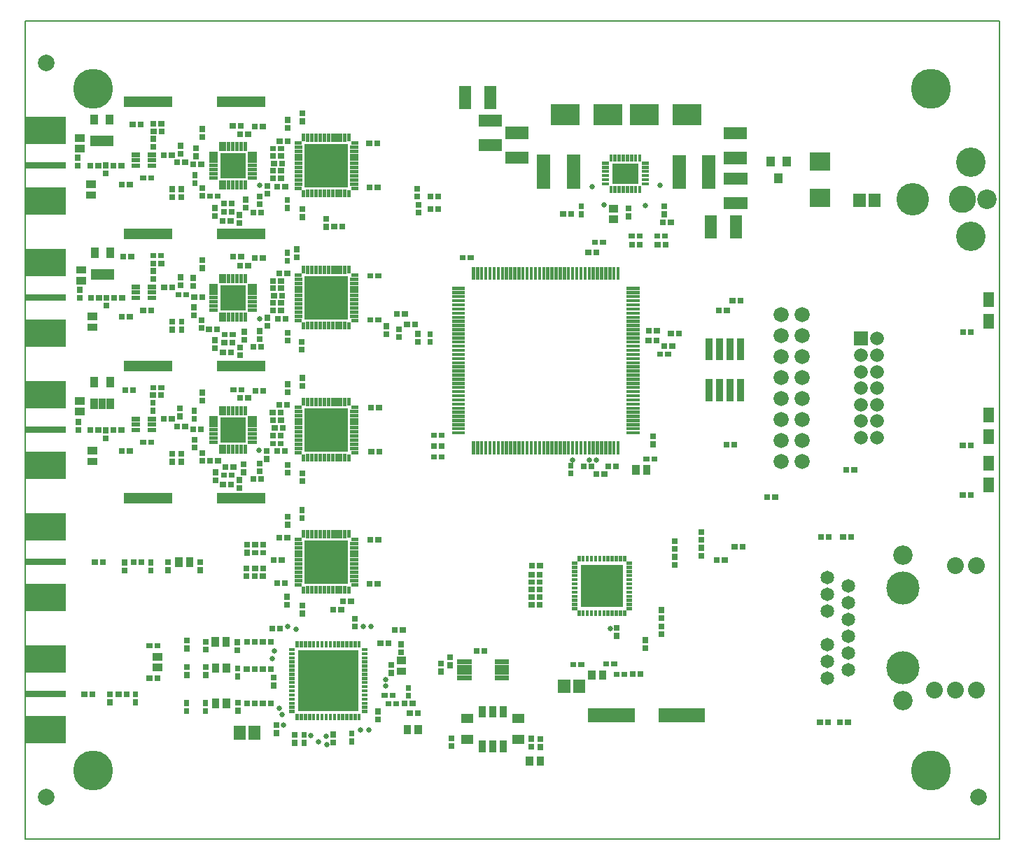
<source format=gbr>
G04 start of page 8 for group -4063 idx -4063 *
G04 Title: GNSS Firehose, componentmask *
G04 Creator: pcb 20140316 *
G04 CreationDate: Thu 16 Apr 2015 06:26:10 PM GMT UTC *
G04 For: pmonta *
G04 Format: Gerber/RS-274X *
G04 PCB-Dimensions (mil): 4640.00 3900.00 *
G04 PCB-Coordinate-Origin: lower left *
%MOIN*%
%FSLAX25Y25*%
%LNTOPMASK*%
%ADD185R,0.0973X0.0973*%
%ADD184R,0.1015X0.1015*%
%ADD183R,0.0330X0.0330*%
%ADD182R,0.0494X0.0494*%
%ADD181R,0.0877X0.0877*%
%ADD180R,0.0400X0.0400*%
%ADD179R,0.0641X0.0641*%
%ADD178R,0.0350X0.0350*%
%ADD177R,0.0420X0.0420*%
%ADD176R,0.0230X0.0230*%
%ADD175R,0.0360X0.0360*%
%ADD174R,0.0168X0.0168*%
%ADD173R,0.0572X0.0572*%
%ADD172C,0.0250*%
%ADD171R,0.0148X0.0148*%
%ADD170R,0.0502X0.0502*%
%ADD169R,0.0210X0.0210*%
%ADD168R,0.0355X0.0355*%
%ADD167R,0.0260X0.0260*%
%ADD166C,0.0787*%
%ADD165R,0.1300X0.1300*%
%ADD164R,0.0300X0.0300*%
%ADD163C,0.1580*%
%ADD162C,0.0650*%
%ADD161C,0.0920*%
%ADD160C,0.0800*%
%ADD159C,0.1900*%
%ADD158C,0.1550*%
%ADD157C,0.1300*%
%ADD156C,0.0930*%
%ADD155C,0.1400*%
%ADD154C,0.0654*%
%ADD153C,0.0001*%
%ADD152C,0.0720*%
%ADD151C,0.0060*%
G54D151*X0Y390000D02*Y0D01*
Y390000D02*X464000D01*
X0Y0D02*X464000D01*
Y390000D02*Y0D01*
G54D152*X370000Y200000D03*
X360000D03*
X370000Y210000D03*
Y220000D03*
Y230000D03*
X360000Y210000D03*
Y220000D03*
Y230000D03*
Y240000D03*
Y250000D03*
X370000Y240000D03*
Y250000D03*
G54D153*G36*
X394729Y241768D02*Y235225D01*
X401272D01*
Y241768D01*
X394729D01*
G37*
G54D154*X405874Y238496D03*
X398000Y230622D03*
X405874D03*
X398000Y222748D03*
X405874D03*
X398000Y214874D03*
X405874D03*
X398000Y207000D03*
Y199126D03*
X405874Y207000D03*
Y199126D03*
G54D155*X450315Y322717D03*
Y287283D03*
G54D156*X458189Y305000D03*
G54D157*X446378D03*
G54D158*X422756D03*
G54D159*X431500Y357500D03*
G54D154*X398000Y191252D03*
X405874D03*
G54D152*X370000Y180000D03*
X360000D03*
X370000Y190000D03*
X360000D03*
G54D159*X431500Y32500D03*
G54D160*X433000Y70900D03*
X443000D03*
X453000D03*
G54D161*X418000Y65900D03*
G54D162*X392000Y104500D03*
Y96500D03*
Y88500D03*
Y80500D03*
Y120500D03*
Y112500D03*
X382000Y124500D03*
Y116500D03*
Y108500D03*
G54D163*X418000Y119500D03*
G54D162*X382000Y92500D03*
Y84500D03*
Y76500D03*
G54D163*X418000Y81500D03*
G54D160*X443000Y130100D03*
X453000D03*
G54D161*X418000Y135100D03*
G54D159*X32500Y357500D03*
Y32500D03*
G54D164*X1900Y132000D02*X18000D01*
G54D165*X7000Y115250D02*X13000D01*
G54D164*X1900Y69000D02*X18000D01*
G54D165*X7000Y52250D02*X13000D01*
X7000Y85750D02*X13000D01*
X7000Y148750D02*X13000D01*
X7000Y178250D02*X13000D01*
G54D166*X10000Y20000D03*
G54D167*X28200Y69000D02*X28400D01*
X32000D02*X32200D01*
X46000Y185000D02*X46200D01*
G54D168*X31508Y179941D02*X32492D01*
X31508Y185059D02*X32492D01*
G54D167*X49800Y185000D02*X50000D01*
X31000Y194900D02*X31200D01*
X34800D02*X35000D01*
X42000D02*X42200D01*
X45800D02*X46000D01*
X38500Y191100D02*Y190900D01*
Y194900D02*Y194700D01*
X33200Y132000D02*X33400D01*
X37000D02*X37200D01*
X47400Y128126D02*Y127926D01*
Y131926D02*Y131726D01*
X44426Y69000D02*X44626D01*
X48226D02*X48426D01*
X52600Y65226D02*Y65026D01*
Y69026D02*Y68826D01*
X59200Y76600D02*X59400D01*
X63000D02*X63200D01*
X40300Y65200D02*Y65000D01*
Y69000D02*Y68800D01*
G54D169*X51800Y200100D02*X53700D01*
X51800Y197500D02*X53700D01*
X51800Y194900D02*X53700D01*
X59300D02*X61200D01*
X59300Y197500D02*X61200D01*
X59300Y200100D02*X61200D01*
G54D167*X59900Y189100D02*X60100D01*
X56100D02*X56300D01*
G54D170*X49504Y162500D02*X67496D01*
G54D167*X72400Y196600D02*X72600D01*
X70200Y179900D02*Y179700D01*
Y183700D02*Y183500D01*
X74400Y179900D02*Y179700D01*
Y183700D02*Y183500D01*
X76200Y196600D02*X76400D01*
X79900Y195300D02*X80100D01*
X83700D02*X83900D01*
X84400Y180300D02*Y180100D01*
Y184100D02*Y183900D01*
X80700Y186600D02*Y186400D01*
Y190400D02*Y190200D01*
X59200Y92100D02*X59400D01*
X63000D02*X63200D01*
G54D168*X62608Y81741D02*X63592D01*
X62608Y86859D02*X63592D01*
G54D167*X76900Y61026D02*Y60826D01*
Y64826D02*Y64626D01*
X77000Y81974D02*Y81774D01*
Y78174D02*Y77974D01*
X77100Y90800D02*Y90600D01*
Y94600D02*Y94400D01*
G54D168*X95859Y81892D02*Y80908D01*
G54D167*X101226Y77474D02*Y77274D01*
Y81274D02*Y81074D01*
G54D168*X90741Y81892D02*Y80908D01*
G54D167*X86126Y78174D02*Y77974D01*
Y81974D02*Y81774D01*
G54D168*X95859Y64992D02*Y64008D01*
G54D167*X101400Y61200D02*Y61000D01*
Y65000D02*Y64800D01*
G54D168*X90741Y64992D02*Y64008D01*
G54D167*X85900Y61000D02*Y60800D01*
Y64800D02*Y64600D01*
G54D171*X126388Y82391D02*X127766D01*
X126388Y80422D02*X127766D01*
X126388Y78453D02*X127766D01*
X126388Y76484D02*X127766D01*
X126388Y74515D02*X127766D01*
X126388Y72546D02*X127766D01*
G54D172*X121100Y62200D03*
G54D167*X118300Y77000D02*Y76800D01*
Y73200D02*Y73000D01*
X116900Y81000D02*X117100D01*
X113100D02*X113300D01*
X109300D02*X109500D01*
X105500D02*X105700D01*
X116900Y64700D02*X117100D01*
X113100D02*X113300D01*
X109352D02*X109552D01*
X105552D02*X105752D01*
G54D171*X126388Y70577D02*X127766D01*
X126388Y68608D02*X127766D01*
X126388Y66639D02*X127766D01*
X126388Y64670D02*X127766D01*
X126388Y62701D02*X127766D01*
G54D172*X123200Y54300D03*
X122400Y59200D03*
G54D167*X128500Y49700D02*Y49500D01*
G54D171*X129633Y58866D02*Y57488D01*
X131602Y58866D02*Y57488D01*
X133571Y58866D02*Y57488D01*
G54D167*X132900Y49600D02*Y49400D01*
G54D153*G36*
X133350Y70950D02*Y64450D01*
X139850D01*
Y70950D01*
X133350D01*
G37*
G54D167*X119800Y50500D02*Y50300D01*
G54D173*X102157Y50993D02*Y50207D01*
X109243Y50993D02*Y50207D01*
G54D167*X119800Y54300D02*Y54100D01*
G54D171*X143416Y58866D02*Y57488D01*
X145385Y58866D02*Y57488D01*
G54D153*G36*
X129977Y89923D02*Y61077D01*
X158823D01*
Y89923D01*
X129977D01*
G37*
G36*
X133350Y86550D02*Y80050D01*
X139850D01*
Y86550D01*
X133350D01*
G37*
G36*
X141150D02*Y80050D01*
X147650D01*
Y86550D01*
X141150D01*
G37*
G36*
X133350Y78750D02*Y72250D01*
X139850D01*
Y78750D01*
X133350D01*
G37*
G36*
X141150D02*Y72250D01*
X147650D01*
Y78750D01*
X141150D01*
G37*
G36*
Y70950D02*Y64450D01*
X147650D01*
Y70950D01*
X141150D01*
G37*
G54D171*X126388Y60732D02*X127766D01*
X135540Y58866D02*Y57488D01*
X137509Y58866D02*Y57488D01*
X139478Y58866D02*Y57488D01*
X141447Y58866D02*Y57488D01*
G54D172*X136200Y49300D03*
X139900Y46200D03*
G54D167*X132900Y45800D02*Y45600D01*
G54D172*X143400Y49000D03*
X143600Y44800D03*
G54D167*X128500Y45900D02*Y45700D01*
G54D171*X126388Y90267D02*X127766D01*
G54D167*X132000Y107574D02*Y107374D01*
Y111374D02*Y111174D01*
X124800Y111674D02*Y111474D01*
Y115474D02*Y115274D01*
G54D171*X126388Y88298D02*X127766D01*
X126388Y86329D02*X127766D01*
X126388Y84360D02*X127766D01*
G54D172*X117600Y85900D03*
G54D167*Y100300D02*X117800D01*
X121400D02*X121600D01*
X116900Y93800D02*X117100D01*
X113100D02*X113300D01*
X109400D02*X109600D01*
X105600D02*X105800D01*
X119900Y121800D02*X120100D01*
X123700D02*X123900D01*
X109374Y125300D02*X109574D01*
X113174D02*X113374D01*
X105400D02*Y125100D01*
X109500Y129000D02*X109700D01*
X109500Y136400D02*X109700D01*
X109500Y140200D02*X109700D01*
X113300Y129000D02*X113500D01*
X113300Y136400D02*X113500D01*
X113300Y140200D02*X113500D01*
X105400Y129100D02*Y128900D01*
X105700Y136500D02*Y136300D01*
Y140300D02*Y140100D01*
X94600Y173400D02*X94800D01*
X98400D02*X98600D01*
X90700Y171000D02*Y170800D01*
Y174800D02*Y174600D01*
X99200Y177200D02*X99400D01*
X104200Y178700D02*Y178500D01*
X95400Y177200D02*X95600D01*
X102100Y167400D02*Y167200D01*
Y171200D02*Y171000D01*
X108600Y171500D02*X108800D01*
X104200Y174900D02*Y174700D01*
X88000Y180300D02*X88200D01*
X91800D02*X92000D01*
X94200Y168900D02*X94400D01*
X98000D02*X98200D01*
X112400Y171500D02*X112600D01*
X125000Y174600D02*Y174400D01*
Y178400D02*Y178200D01*
X132200Y170600D02*Y170400D01*
Y174400D02*Y174200D01*
X111700Y175300D02*Y175100D01*
Y179100D02*Y178900D01*
X115200Y181200D02*Y181000D01*
X118800Y195900D02*X119000D01*
X122600D02*X122800D01*
X118000Y199600D02*X118200D01*
X121800D02*X122000D01*
X119900Y184800D02*X120100D01*
X123700D02*X123900D01*
X117900Y192200D02*X118100D01*
X121700D02*X121900D01*
X117900Y188400D02*X118100D01*
X121700D02*X121900D01*
X115200Y185000D02*Y184800D01*
G54D171*X282458Y188827D02*Y184103D01*
X274581Y271898D02*Y267174D01*
X272612Y271898D02*Y267174D01*
X270643Y271898D02*Y267174D01*
X268674Y271898D02*Y267174D01*
X266705Y271898D02*Y267174D01*
G54D167*X268200Y279700D02*X268400D01*
X272000D02*X272200D01*
G54D171*X264736Y271898D02*Y267174D01*
X262767Y271898D02*Y267174D01*
X260798Y271898D02*Y267174D01*
X258829Y271898D02*Y267174D01*
G54D167*X198400Y192400D02*X198600D01*
X194600D02*X194800D01*
X198400Y187300D02*X198600D01*
X194600D02*X194800D01*
G54D171*X282457Y271898D02*Y267174D01*
X280488Y271898D02*Y267174D01*
X278519Y271898D02*Y267174D01*
X276550Y271898D02*Y267174D01*
G54D167*X275200Y284400D02*X275400D01*
X271400D02*X271600D01*
G54D174*X156105Y247171D02*X157869D01*
G54D167*X168100Y247400D02*X168300D01*
X164300D02*X164500D01*
G54D174*X155705Y249140D02*X157869D01*
X155705Y251109D02*X157869D01*
X155705Y253078D02*X157869D01*
X155705Y255047D02*X157869D01*
X155705Y257016D02*X157869D01*
X155705Y258985D02*X157869D01*
X155705Y260954D02*X157869D01*
X155705Y262923D02*X157869D01*
X155705Y264892D02*X157869D01*
X155705Y266861D02*X157869D01*
X156105Y268830D02*X157869D01*
G54D167*X168100Y268400D02*X168300D01*
X164300D02*X164500D01*
G54D174*X132671Y245395D02*Y243631D01*
X134640Y245795D02*Y243631D01*
X136609Y245795D02*Y243631D01*
X138578Y245795D02*Y243631D01*
X140547Y245795D02*Y243631D01*
X142516Y245795D02*Y243631D01*
G54D167*X80000Y263700D02*Y263500D01*
X74000Y264000D02*Y263800D01*
X80000Y267500D02*Y267300D01*
X74000Y267800D02*Y267600D01*
X84000Y243600D02*Y243400D01*
Y247400D02*Y247200D01*
X59900Y252000D02*X60100D01*
X56100D02*X56300D01*
X109400Y339600D02*X109600D01*
X113200D02*X113400D01*
X106100Y336000D02*X106300D01*
X118000Y329100D02*X118200D01*
X132000Y346000D02*Y345800D01*
Y342200D02*Y342000D01*
X125200Y342800D02*Y342600D01*
Y339000D02*Y338800D01*
G54D170*X94004Y351500D02*X111996D01*
G54D167*X66000Y326000D02*X66200D01*
X81500Y325500D02*Y325300D01*
X84400Y306600D02*Y306400D01*
Y310400D02*Y310200D01*
X80900Y312700D02*Y312500D01*
Y316500D02*Y316300D01*
X80000Y321500D02*X80200D01*
X83800D02*X84000D01*
X87900Y306400D02*X88100D01*
X70200Y306026D02*Y305826D01*
Y309826D02*Y309626D01*
X74500Y306126D02*Y305926D01*
Y309926D02*Y309726D01*
X91700Y306400D02*X91900D01*
X69800Y326000D02*X70000D01*
X72400Y322500D02*X72600D01*
X76200D02*X76400D01*
X74000Y330500D02*Y330300D01*
Y326700D02*Y326500D01*
X102300Y336000D02*X102500D01*
X84400Y338500D02*Y338300D01*
Y334700D02*Y334500D01*
X81500Y329300D02*Y329100D01*
X102600Y339900D02*X102800D01*
X98800D02*X99000D01*
X121200Y332700D02*X121400D01*
X125000D02*X125200D01*
X121800Y329100D02*X122000D01*
X121800Y325600D02*X122000D01*
G54D172*X111800Y311700D03*
G54D167*X120000Y311000D02*X120200D01*
X118000Y315000D02*X118200D01*
X115400Y311400D02*Y311200D01*
X123800Y311000D02*X124000D01*
X121800Y318500D02*X122000D01*
X121800Y315000D02*X122000D01*
X118000Y325600D02*X118200D01*
X118000Y318500D02*X118200D01*
X118474Y322000D02*X118674D01*
X122274D02*X122474D01*
G54D174*X129131Y268829D02*X130895D01*
X129131Y266860D02*X131295D01*
X129131Y264891D02*X131295D01*
X129131Y262922D02*X131295D01*
X129131Y257015D02*X131295D01*
X129131Y255046D02*X131295D01*
X129131Y253077D02*X131295D01*
X129131Y251108D02*X131295D01*
X129131Y249139D02*X131295D01*
X129131Y247170D02*X130895D01*
X129131Y260953D02*X131295D01*
X129131Y258984D02*X131295D01*
G54D167*X122300Y259000D02*X122500D01*
X120226Y247874D02*X120426D01*
X124026D02*X124226D01*
X102900Y214100D02*X103100D01*
X108600Y234700D02*X108800D01*
X112400D02*X112600D01*
X99100Y214100D02*X99300D01*
X80600Y200400D02*Y200200D01*
Y204200D02*Y204000D01*
X84500Y212800D02*Y212600D01*
Y209000D02*Y208800D01*
X99000Y277600D02*X99200D01*
X124926Y279574D02*Y279374D01*
G54D170*X94004Y288500D02*X111996D01*
G54D167*X102100Y293700D02*Y293500D01*
Y297500D02*Y297300D01*
X98400Y299000D02*X98600D01*
X97800Y294500D02*X98000D01*
X108600Y298500D02*X108800D01*
X112400D02*X112600D01*
X105100Y301000D02*Y300800D01*
X94600Y299000D02*X94800D01*
X90500Y297000D02*Y296800D01*
Y300800D02*Y300600D01*
X94000Y294500D02*X94200D01*
X111700Y302600D02*Y302400D01*
Y306400D02*Y306200D01*
X115400Y307600D02*Y307400D01*
X105100Y304800D02*Y304600D01*
X98400Y302900D02*X98600D01*
X94600D02*X94800D01*
X121000Y269700D02*X121200D01*
X124800D02*X125000D01*
X124926Y275774D02*Y275574D01*
X129400Y281200D02*Y281000D01*
Y277400D02*Y277200D01*
X132200Y296500D02*Y296300D01*
Y300300D02*Y300100D01*
X143500Y295700D02*Y295500D01*
Y291900D02*Y291700D01*
X150900Y292000D02*X151100D01*
X147100D02*X147300D01*
X124900Y300800D02*Y300600D01*
Y304600D02*Y304400D01*
G54D171*X256860Y271898D02*Y267174D01*
X254891Y271898D02*Y267174D01*
X252922Y271898D02*Y267174D01*
X250953Y271898D02*Y267174D01*
X248984Y271898D02*Y267174D01*
X247015Y271898D02*Y267174D01*
X245046Y271898D02*Y267174D01*
X243077Y271898D02*Y267174D01*
X241108Y271898D02*Y267174D01*
X239139Y271898D02*Y267174D01*
X237170Y271898D02*Y267174D01*
X235201Y271898D02*Y267174D01*
X233232Y271898D02*Y267174D01*
X231263Y271898D02*Y267174D01*
X229294Y271898D02*Y267174D01*
X227325Y271898D02*Y267174D01*
X225356Y271898D02*Y267174D01*
X223387Y271898D02*Y267174D01*
X221418Y271898D02*Y267174D01*
X219449Y271898D02*Y267174D01*
X217480Y271898D02*Y267174D01*
X215511Y271898D02*Y267174D01*
X213542Y271898D02*Y267174D01*
G54D173*X209695Y356155D02*Y350645D01*
X221505Y356155D02*Y350645D01*
G54D167*X192900Y306200D02*X193100D01*
X196700D02*X196900D01*
X192900Y300200D02*X193100D01*
X196700D02*X196900D01*
X180800Y250300D02*X181000D01*
X177000D02*X177200D01*
X185626Y245200D02*X185826D01*
X192926Y240774D02*Y240574D01*
Y236974D02*Y236774D01*
X187000Y240800D02*Y240600D01*
Y237000D02*Y236800D01*
X181826Y245200D02*X182026D01*
X172000Y244574D02*Y244374D01*
X178200Y243074D02*Y242874D01*
Y239274D02*Y239074D01*
X172000Y240774D02*Y240574D01*
X186774Y306326D02*Y306126D01*
Y310126D02*Y309926D01*
X187300Y298600D02*Y298400D01*
Y302400D02*Y302200D01*
X167800Y310500D02*X168000D01*
X164000D02*X164200D01*
X167600Y331700D02*X167800D01*
X163800D02*X164000D01*
G54D174*X144485Y245795D02*Y243631D01*
X146454Y245795D02*Y243631D01*
X148423Y245795D02*Y243631D01*
X150392Y245795D02*Y243631D01*
X152361Y245795D02*Y243631D01*
X154330Y245395D02*Y243631D01*
G54D167*X131800Y233300D02*Y233100D01*
Y237100D02*Y236900D01*
G54D174*X154329Y272369D02*Y270605D01*
X152360Y272369D02*Y270205D01*
X150391Y272369D02*Y270205D01*
X148422Y272369D02*Y270205D01*
X146453Y272369D02*Y270205D01*
X144484Y272369D02*Y270205D01*
X142515Y272369D02*Y270205D01*
X140546Y272369D02*Y270205D01*
X138577Y272369D02*Y270205D01*
X136608Y272369D02*Y270205D01*
X134639Y272369D02*Y270205D01*
X132670Y272369D02*Y270605D01*
G54D153*G36*
X133220Y268280D02*Y247720D01*
X153780D01*
Y268280D01*
X133220D01*
G37*
G36*
X135250Y266250D02*Y261150D01*
X140350D01*
Y266250D01*
X135250D01*
G37*
G36*
Y260550D02*Y255450D01*
X140350D01*
Y260550D01*
X135250D01*
G37*
G36*
X140950D02*Y255450D01*
X146050D01*
Y260550D01*
X140950D01*
G37*
G36*
Y266250D02*Y261150D01*
X146050D01*
Y266250D01*
X140950D01*
G37*
G36*
X146650D02*Y261150D01*
X151750D01*
Y266250D01*
X146650D01*
G37*
G36*
Y260550D02*Y255450D01*
X151750D01*
Y260550D01*
X146650D01*
G37*
G36*
X135250Y254850D02*Y249750D01*
X140350D01*
Y254850D01*
X135250D01*
G37*
G36*
X140950D02*Y249750D01*
X146050D01*
Y254850D01*
X140950D01*
G37*
G36*
X146650D02*Y249750D01*
X151750D01*
Y254850D01*
X146650D01*
G37*
G54D174*X106933Y315093D02*X109491D01*
X106933Y317062D02*X109491D01*
X106933Y319031D02*X109491D01*
X88508Y315093D02*X91066D01*
X93093Y313067D02*Y310509D01*
X95062Y313067D02*Y310509D01*
X97031Y313067D02*Y310509D01*
X99000Y313067D02*Y310509D01*
X100969Y313067D02*Y310509D01*
X102938Y313067D02*Y310509D01*
X104907Y313067D02*Y310509D01*
X106933Y321000D02*X109491D01*
X106933Y322969D02*X109491D01*
X106933Y324938D02*X109491D01*
X106933Y326907D02*X109491D01*
X104907Y331492D02*Y328934D01*
X102938Y331492D02*Y328934D01*
G54D153*G36*
X92952Y327048D02*Y314952D01*
X105047D01*
Y327048D01*
X92952D01*
G37*
G36*
X94800Y325200D02*Y321300D01*
X98700D01*
Y325200D01*
X94800D01*
G37*
G36*
X99300D02*Y321300D01*
X103200D01*
Y325200D01*
X99300D01*
G37*
G36*
Y320700D02*Y316800D01*
X103200D01*
Y320700D01*
X99300D01*
G37*
G54D167*X131900Y156800D02*Y156600D01*
Y153000D02*Y152800D01*
X125100Y153674D02*Y153474D01*
Y149874D02*Y149674D01*
X121000Y143600D02*X121200D01*
X124800D02*X125000D01*
G54D174*X129131Y142829D02*X130895D01*
X129131Y140860D02*X131295D01*
G54D167*X118400Y132900D02*X118600D01*
X122200D02*X122400D01*
G54D174*X129131Y138891D02*X131295D01*
X129131Y136922D02*X131295D01*
X129131Y134953D02*X131295D01*
X129131Y132984D02*X131295D01*
X129131Y131015D02*X131295D01*
X129131Y129046D02*X131295D01*
X129131Y127077D02*X131295D01*
X129131Y125108D02*X131295D01*
X129131Y123139D02*X131295D01*
X129131Y121170D02*X130895D01*
X132671Y119395D02*Y117631D01*
X134640Y119795D02*Y117631D01*
X136609Y119795D02*Y117631D01*
G54D153*G36*
X135250Y128850D02*Y123750D01*
X140350D01*
Y128850D01*
X135250D01*
G37*
G54D174*X138578Y119795D02*Y117631D01*
X140547Y119795D02*Y117631D01*
X142516Y119795D02*Y117631D01*
X144485Y119795D02*Y117631D01*
X155705Y123140D02*X157869D01*
X155705Y125109D02*X157869D01*
X155705Y127078D02*X157869D01*
X155705Y129047D02*X157869D01*
X155705Y131016D02*X157869D01*
X155705Y132985D02*X157869D01*
X155705Y134954D02*X157869D01*
X155705Y136923D02*X157869D01*
X155705Y138892D02*X157869D01*
X155705Y140861D02*X157869D01*
X156105Y142830D02*X157869D01*
X154329Y146369D02*Y144605D01*
X152360Y146369D02*Y144205D01*
X150391Y146369D02*Y144205D01*
X148422Y146369D02*Y144205D01*
X146453Y146369D02*Y144205D01*
X144484Y146369D02*Y144205D01*
X142515Y146369D02*Y144205D01*
X140546Y146369D02*Y144205D01*
X138577Y146369D02*Y144205D01*
X136608Y146369D02*Y144205D01*
X134639Y146369D02*Y144205D01*
X132670Y146369D02*Y144605D01*
G54D153*G36*
X133220Y142280D02*Y121720D01*
X153780D01*
Y142280D01*
X133220D01*
G37*
G36*
X135250Y140250D02*Y135150D01*
X140350D01*
Y140250D01*
X135250D01*
G37*
G36*
Y134550D02*Y129450D01*
X140350D01*
Y134550D01*
X135250D01*
G37*
G36*
X140950D02*Y129450D01*
X146050D01*
Y134550D01*
X140950D01*
G37*
G36*
Y128850D02*Y123750D01*
X146050D01*
Y128850D01*
X140950D01*
G37*
G36*
X146650D02*Y123750D01*
X151750D01*
Y128850D01*
X146650D01*
G37*
G36*
X140950Y140250D02*Y135150D01*
X146050D01*
Y140250D01*
X140950D01*
G37*
G36*
X146650D02*Y135150D01*
X151750D01*
Y140250D01*
X146650D01*
G37*
G36*
Y134550D02*Y129450D01*
X151750D01*
Y134550D01*
X146650D01*
G37*
G54D174*X88508Y326907D02*X91066D01*
X88508Y324938D02*X91066D01*
X88508Y322969D02*X91066D01*
X88508Y321000D02*X91066D01*
X88508Y319031D02*X91066D01*
X88508Y317062D02*X91066D01*
X100969Y331492D02*Y328934D01*
X99000Y331492D02*Y328934D01*
X97031Y331492D02*Y328934D01*
X95062Y331492D02*Y328934D01*
X93093Y331492D02*Y328934D01*
G54D153*G36*
X94800Y320700D02*Y316800D01*
X98700D01*
Y320700D01*
X94800D01*
G37*
G54D174*X88508Y200907D02*X91066D01*
X88508Y198938D02*X91066D01*
X88508Y196969D02*X91066D01*
X88508Y195000D02*X91066D01*
X88508Y193031D02*X91066D01*
X88508Y191062D02*X91066D01*
X88508Y189093D02*X91066D01*
X106933D02*X109491D01*
X106933Y252093D02*X109491D01*
X106933Y254062D02*X109491D01*
X106933Y256031D02*X109491D01*
X88508Y263907D02*X91066D01*
X88508Y261938D02*X91066D01*
X88508Y259969D02*X91066D01*
X88508Y258000D02*X91066D01*
X106933D02*X109491D01*
X106933Y259969D02*X109491D01*
X106933Y261938D02*X109491D01*
X106933Y263907D02*X109491D01*
X104907Y268492D02*Y265934D01*
X102938Y268492D02*Y265934D01*
X100969Y268492D02*Y265934D01*
X99000Y268492D02*Y265934D01*
X97031Y268492D02*Y265934D01*
X95062Y268492D02*Y265934D01*
X93093Y268492D02*Y265934D01*
G54D153*G36*
X92952Y264048D02*Y251952D01*
X105047D01*
Y264048D01*
X92952D01*
G37*
G54D174*X88508Y256031D02*X91066D01*
X88508Y254062D02*X91066D01*
X88508Y252093D02*X91066D01*
X93093Y250067D02*Y247509D01*
X95062Y250067D02*Y247509D01*
X97031Y250067D02*Y247509D01*
X99000Y250067D02*Y247509D01*
X100969Y250067D02*Y247509D01*
X102938Y250067D02*Y247509D01*
X104907Y250067D02*Y247509D01*
G54D153*G36*
X94800Y262200D02*Y258300D01*
X98700D01*
Y262200D01*
X94800D01*
G37*
G36*
Y257700D02*Y253800D01*
X98700D01*
Y257700D01*
X94800D01*
G37*
G36*
X99300Y262200D02*Y258300D01*
X103200D01*
Y262200D01*
X99300D01*
G37*
G36*
Y257700D02*Y253800D01*
X103200D01*
Y257700D01*
X99300D01*
G37*
G54D174*X129131Y331829D02*X130895D01*
X129131Y329860D02*X131295D01*
X129131Y327891D02*X131295D01*
X129131Y325922D02*X131295D01*
X129131Y323953D02*X131295D01*
X129131Y314108D02*X131295D01*
X129131Y312139D02*X131295D01*
X129131Y310170D02*X130895D01*
X156105Y310171D02*X157869D01*
X155705Y312140D02*X157869D01*
X155705Y314109D02*X157869D01*
X155705Y316078D02*X157869D01*
X155705Y318047D02*X157869D01*
X155705Y320016D02*X157869D01*
X155705Y321985D02*X157869D01*
X155705Y323954D02*X157869D01*
X155705Y325923D02*X157869D01*
X155705Y327892D02*X157869D01*
X155705Y329861D02*X157869D01*
X156105Y331830D02*X157869D01*
X129131Y321984D02*X131295D01*
X129131Y320015D02*X131295D01*
X129131Y318046D02*X131295D01*
X129131Y316077D02*X131295D01*
X132671Y308395D02*Y306631D01*
X134640Y308795D02*Y306631D01*
X136609Y308795D02*Y306631D01*
X138578Y308795D02*Y306631D01*
X140547Y308795D02*Y306631D01*
X142516Y308795D02*Y306631D01*
X144485Y308795D02*Y306631D01*
X146454Y308795D02*Y306631D01*
X106933Y191062D02*X109491D01*
X106933Y193031D02*X109491D01*
X106933Y195000D02*X109491D01*
X106933Y196969D02*X109491D01*
X93093Y187067D02*Y184509D01*
X95062Y187067D02*Y184509D01*
X97031Y187067D02*Y184509D01*
X99000Y187067D02*Y184509D01*
X100969Y187067D02*Y184509D01*
X102938Y187067D02*Y184509D01*
X104907Y187067D02*Y184509D01*
G54D153*G36*
X92952Y201048D02*Y188952D01*
X105047D01*
Y201048D01*
X92952D01*
G37*
G36*
X94800Y199200D02*Y195300D01*
X98700D01*
Y199200D01*
X94800D01*
G37*
G36*
Y194700D02*Y190800D01*
X98700D01*
Y194700D01*
X94800D01*
G37*
G36*
X99300Y199200D02*Y195300D01*
X103200D01*
Y199200D01*
X99300D01*
G37*
G36*
Y194700D02*Y190800D01*
X103200D01*
Y194700D01*
X99300D01*
G37*
G54D174*X106933Y198938D02*X109491D01*
X106933Y200907D02*X109491D01*
X104907Y205492D02*Y202934D01*
X102938Y205492D02*Y202934D01*
X100969Y205492D02*Y202934D01*
X99000Y205492D02*Y202934D01*
X97031Y205492D02*Y202934D01*
X95062Y205492D02*Y202934D01*
X93093Y205492D02*Y202934D01*
X148423Y308795D02*Y306631D01*
X150392Y308795D02*Y306631D01*
X152361Y308795D02*Y306631D01*
X154330Y308395D02*Y306631D01*
X154329Y335369D02*Y333605D01*
X152360Y335369D02*Y333205D01*
X150391Y335369D02*Y333205D01*
X148422Y335369D02*Y333205D01*
X146453Y335369D02*Y333205D01*
X144484Y335369D02*Y333205D01*
X142515Y335369D02*Y333205D01*
X140546Y335369D02*Y333205D01*
X138577Y335369D02*Y333205D01*
X136608Y335369D02*Y333205D01*
X134639Y335369D02*Y333205D01*
X132670Y335369D02*Y333605D01*
G54D153*G36*
X133220Y331280D02*Y310720D01*
X153780D01*
Y331280D01*
X133220D01*
G37*
G36*
X135250Y329250D02*Y324150D01*
X140350D01*
Y329250D01*
X135250D01*
G37*
G36*
Y323550D02*Y318450D01*
X140350D01*
Y323550D01*
X135250D01*
G37*
G36*
X140950D02*Y318450D01*
X146050D01*
Y323550D01*
X140950D01*
G37*
G36*
Y329250D02*Y324150D01*
X146050D01*
Y329250D01*
X140950D01*
G37*
G36*
X146650D02*Y324150D01*
X151750D01*
Y329250D01*
X146650D01*
G37*
G36*
Y323550D02*Y318450D01*
X151750D01*
Y323550D01*
X146650D01*
G37*
G36*
X135250Y317850D02*Y312750D01*
X140350D01*
Y317850D01*
X135250D01*
G37*
G36*
X140950D02*Y312750D01*
X146050D01*
Y317850D01*
X140950D01*
G37*
G36*
X146650D02*Y312750D01*
X151750D01*
Y317850D01*
X146650D01*
G37*
G54D167*X102300Y273300D02*X102500D01*
X102300Y230600D02*Y230400D01*
Y234400D02*Y234200D01*
X106100Y273300D02*X106300D01*
X109350Y276900D02*X109550D01*
X113150D02*X113350D01*
X94800Y236700D02*X95000D01*
X98600D02*X98800D01*
Y240400D02*X99000D01*
X95000D02*X95200D01*
X90500Y234000D02*Y233800D01*
Y237800D02*Y237600D01*
X115400Y244700D02*Y244500D01*
Y248500D02*Y248300D01*
G54D164*X1900Y195000D02*X18000D01*
G54D167*X25500Y195100D02*Y194900D01*
Y198900D02*Y198700D01*
G54D168*X25508Y203682D02*X26492D01*
G54D165*X7000Y211750D02*X13000D01*
G54D164*X1900Y258000D02*X18000D01*
G54D165*X7000Y241250D02*X13000D01*
G54D175*X33000Y208233D02*Y206894D01*
Y218469D02*Y217131D01*
G54D168*X25508Y208800D02*X26492D01*
G54D175*X36740Y208233D02*Y206894D01*
X40480Y208233D02*Y206894D01*
Y218469D02*Y217131D01*
G54D167*X47574Y213800D02*X47774D01*
X51374D02*X51574D01*
G54D165*X7000Y274750D02*X13000D01*
G54D168*X31008Y306941D02*X31992D01*
X31008Y312059D02*X31992D01*
G54D167*X38500Y317400D02*Y317200D01*
Y321200D02*Y321000D01*
X31000D02*X31200D01*
X34800D02*X35000D01*
G54D168*X26308Y271259D02*X27292D01*
G54D167*X46700Y277500D02*X46900D01*
X50500D02*X50700D01*
G54D164*X1900Y321000D02*X18000D01*
G54D165*X7000Y304250D02*X13000D01*
G54D166*X10000Y370000D03*
G54D165*X7000Y337750D02*X13000D01*
G54D167*X25000Y321100D02*Y320900D01*
Y324900D02*Y324700D01*
G54D168*X25508Y329000D02*X26492D01*
X25508Y334118D02*X26492D01*
G54D167*X49800Y312000D02*X50000D01*
G54D169*X51800Y326100D02*X53700D01*
X59300D02*X61200D01*
G54D167*X61000Y330000D02*Y329800D01*
G54D169*X51800Y323500D02*X53700D01*
X59300D02*X61200D01*
G54D167*X42000Y321000D02*X42200D01*
X45800D02*X46000D01*
G54D169*X51800Y320900D02*X53700D01*
X59300D02*X61200D01*
G54D167*X59900Y315100D02*X60100D01*
X56100D02*X56300D01*
X61100Y337300D02*X61300D01*
X64900D02*X65100D01*
X61000Y341000D02*X61200D01*
X64800D02*X65000D01*
X61000Y333800D02*Y333600D01*
G54D175*X32900Y333369D02*Y332031D01*
X36640Y333369D02*Y332031D01*
X40380Y333369D02*Y332031D01*
Y343606D02*Y342267D01*
X32900Y343606D02*Y342267D01*
G54D167*X51100Y340600D02*X51300D01*
X54900D02*X55100D01*
G54D170*X49504Y351500D02*X67496D01*
G54D167*X46000Y312000D02*X46200D01*
X46000Y249000D02*X46200D01*
X49800D02*X50000D01*
X46100Y258000D02*X46300D01*
X60900Y278100D02*X61100D01*
X64700D02*X64900D01*
X70100Y242800D02*Y242600D01*
Y246600D02*Y246400D01*
G54D170*X49504Y225500D02*X67496D01*
X49504Y288500D02*X67496D01*
G54D169*X51800Y263100D02*X53700D01*
X51800Y260500D02*X53700D01*
X51800Y257900D02*X53700D01*
G54D167*X42300Y258000D02*X42500D01*
X61200Y267000D02*Y266800D01*
G54D169*X59300Y257900D02*X61200D01*
X59300Y260500D02*X61200D01*
X59300Y263100D02*X61200D01*
G54D167*X66100Y262900D02*X66300D01*
G54D175*X40680Y269833D02*Y268494D01*
G54D167*X61200Y270800D02*Y270600D01*
X61000Y274300D02*X61200D01*
X64800D02*X65000D01*
X84500Y276000D02*Y275800D01*
Y272200D02*Y272000D01*
X69900Y262900D02*X70100D01*
X72900Y259400D02*X73100D01*
X76700D02*X76900D01*
X80500Y258300D02*X80700D01*
X84300D02*X84500D01*
X80500Y249700D02*Y249500D01*
Y253500D02*Y253300D01*
X26000Y258100D02*Y257900D01*
X35100Y258000D02*X35300D01*
X38800Y254300D02*Y254100D01*
Y258100D02*Y257900D01*
X26000Y261900D02*Y261700D01*
G54D175*X36940Y269833D02*Y268494D01*
X40680Y280069D02*Y278731D01*
G54D168*X31508Y243941D02*X32492D01*
X31508Y249059D02*X32492D01*
G54D167*X31300Y258000D02*X31500D01*
G54D175*X33200Y269833D02*Y268494D01*
Y280069D02*Y278731D01*
G54D168*X26308Y266141D02*X27292D01*
G54D167*X241174Y126000D02*X241374D01*
X244974D02*X245174D01*
X241374Y130200D02*X241574D01*
X245174D02*X245374D01*
X241174Y122400D02*X241374D01*
X244974D02*X245174D01*
X198000Y79800D02*Y79600D01*
Y83600D02*Y83400D01*
X203100Y44274D02*Y44074D01*
Y48074D02*Y47874D01*
X202400Y86600D02*Y86400D01*
Y82800D02*Y82600D01*
G54D176*X207039Y79321D02*X211645D01*
X207039Y76762D02*X211645D01*
G54D177*X209900Y47400D02*X211300D01*
G54D167*X241100Y44026D02*Y43826D01*
G54D178*X217800Y45250D02*Y43150D01*
X222800Y45250D02*Y43150D01*
X227800Y45250D02*Y43150D01*
G54D167*X241100Y47826D02*Y47626D01*
G54D177*X234300Y47400D02*X235700D01*
G54D167*X245400Y43826D02*Y43626D01*
Y47626D02*Y47426D01*
G54D168*X240282Y37592D02*Y36608D01*
X245400Y37592D02*Y36608D01*
G54D167*X218700Y89500D02*X218900D01*
X214900D02*X215100D01*
G54D176*X224755Y79321D02*X229361D01*
X224755Y81879D02*X229361D01*
X224755Y84438D02*X229361D01*
X207039D02*X211645D01*
X207039Y81879D02*X211645D01*
X224755Y76762D02*X229361D01*
G54D178*X227800Y61650D02*Y59550D01*
X222800Y61650D02*Y59550D01*
G54D177*X234300Y57400D02*X235700D01*
G54D178*X217800Y61650D02*Y59550D01*
G54D177*X209900Y57400D02*X211300D01*
G54D174*X129131Y205829D02*X130895D01*
X129131Y203860D02*X131295D01*
X129131Y201891D02*X131295D01*
X129131Y199922D02*X131295D01*
X129131Y197953D02*X131295D01*
G54D167*X120900Y206900D02*X121100D01*
X124700D02*X124900D01*
X121600Y203300D02*X121800D01*
G54D174*X129131Y195984D02*X131295D01*
G54D167*X132000Y219800D02*Y219600D01*
Y216000D02*Y215800D01*
X117800Y203300D02*X118000D01*
G54D174*X129131Y194015D02*X131295D01*
X129131Y192046D02*X131295D01*
X129131Y190077D02*X131295D01*
X129131Y188108D02*X131295D01*
X129131Y186139D02*X131295D01*
G54D172*X111400Y185100D03*
G54D170*X94004Y162500D02*X111996D01*
G54D167*X102800Y277600D02*X103000D01*
X121800Y266000D02*X122000D01*
X121800Y262500D02*X122000D01*
X121800Y255500D02*X122000D01*
X121800Y252000D02*X122000D01*
G54D170*X94004Y225500D02*X111996D01*
G54D167*X102300Y210300D02*X102500D01*
X106100D02*X106300D01*
X109600Y213700D02*X109800D01*
X113400D02*X113600D01*
X111800Y238400D02*Y238200D01*
Y242200D02*Y242000D01*
X87500Y243000D02*X87700D01*
X91300D02*X91500D01*
X74600Y242900D02*Y242700D01*
Y246700D02*Y246500D01*
X124974Y237626D02*Y237426D01*
Y241426D02*Y241226D01*
X125000Y216852D02*Y216652D01*
Y213052D02*Y212852D01*
X94100Y232000D02*X94300D01*
X97900D02*X98100D01*
X104300Y238100D02*Y237900D01*
Y241900D02*Y241700D01*
G54D172*X111600Y247900D03*
G54D167*X118500Y259000D02*X118700D01*
X118000Y266000D02*X118200D01*
X118000Y262500D02*X118200D01*
X118000Y255500D02*X118200D01*
X118000Y252000D02*X118200D01*
G54D174*X156105Y184171D02*X157869D01*
X155705Y186140D02*X157869D01*
X155705Y188109D02*X157869D01*
X155705Y190078D02*X157869D01*
X155705Y192047D02*X157869D01*
X155705Y194016D02*X157869D01*
X129131Y184170D02*X130895D01*
X132671Y182395D02*Y180631D01*
X134640Y182795D02*Y180631D01*
X136609Y182795D02*Y180631D01*
X138578Y182795D02*Y180631D01*
X140547Y182795D02*Y180631D01*
X142516Y182795D02*Y180631D01*
X144485Y182795D02*Y180631D01*
X146454Y182795D02*Y180631D01*
X148423Y182795D02*Y180631D01*
X150392Y182795D02*Y180631D01*
X152361Y182795D02*Y180631D01*
X154330Y182395D02*Y180631D01*
G54D167*X168600Y184600D02*X168800D01*
X164800D02*X165000D01*
X198400Y182100D02*X198600D01*
X194600D02*X194800D01*
G54D174*X155705Y195985D02*X157869D01*
X155705Y197954D02*X157869D01*
X155705Y199923D02*X157869D01*
X155705Y201892D02*X157869D01*
X155705Y203861D02*X157869D01*
X156105Y205830D02*X157869D01*
X154329Y209369D02*Y207605D01*
X152360Y209369D02*Y207205D01*
G54D167*X168500Y205700D02*X168700D01*
X164700D02*X164900D01*
G54D174*X150391Y209369D02*Y207205D01*
X148422Y209369D02*Y207205D01*
X146453Y209369D02*Y207205D01*
X144484Y209369D02*Y207205D01*
X142515Y209369D02*Y207205D01*
G54D167*X60900Y204200D02*Y204000D01*
X66000Y200200D02*X66200D01*
X69800D02*X70000D01*
X73700Y205300D02*Y205100D01*
Y201500D02*Y201300D01*
X60900Y208000D02*Y207800D01*
X60800Y211500D02*X61000D01*
X64600D02*X64800D01*
X61000Y215100D02*X61200D01*
X64800D02*X65000D01*
G54D174*X140546Y209369D02*Y207205D01*
X138577Y209369D02*Y207205D01*
X136608Y209369D02*Y207205D01*
X134639Y209369D02*Y207205D01*
X132670Y209369D02*Y207605D01*
G54D153*G36*
X133220Y205280D02*Y184720D01*
X153780D01*
Y205280D01*
X133220D01*
G37*
G36*
X135250Y203250D02*Y198150D01*
X140350D01*
Y203250D01*
X135250D01*
G37*
G36*
Y197550D02*Y192450D01*
X140350D01*
Y197550D01*
X135250D01*
G37*
G36*
X140950D02*Y192450D01*
X146050D01*
Y197550D01*
X140950D01*
G37*
G36*
Y203250D02*Y198150D01*
X146050D01*
Y203250D01*
X140950D01*
G37*
G36*
X146650D02*Y198150D01*
X151750D01*
Y203250D01*
X146650D01*
G37*
G36*
Y197550D02*Y192450D01*
X151750D01*
Y197550D01*
X146650D01*
G37*
G36*
X135250Y191850D02*Y186750D01*
X140350D01*
Y191850D01*
X135250D01*
G37*
G36*
X140950D02*Y186750D01*
X146050D01*
Y191850D01*
X140950D01*
G37*
G36*
X146650D02*Y186750D01*
X151750D01*
Y191850D01*
X146650D01*
G37*
G54D167*X265900Y177500D02*X266100D01*
X269700D02*X269900D01*
X277600Y177700D02*X277800D01*
X281400D02*X281600D01*
X259900Y174300D02*Y174100D01*
Y178100D02*Y177900D01*
X271974Y173900D02*X272174D01*
X275774D02*X275974D01*
G54D171*X161034Y88299D02*X162412D01*
X161034Y90268D02*X162412D01*
X159167Y93512D02*Y92134D01*
X157198Y93512D02*Y92134D01*
X155229Y93512D02*Y92134D01*
X153260Y93512D02*Y92134D01*
X151291Y93512D02*Y92134D01*
X149322Y93512D02*Y92134D01*
G54D167*X168100Y142500D02*X168300D01*
X164300D02*X164500D01*
G54D171*X147353Y93512D02*Y92134D01*
X145384Y93512D02*Y92134D01*
X143415Y93512D02*Y92134D01*
X141446Y93512D02*Y92134D01*
X139477Y93512D02*Y92134D01*
X137508Y93512D02*Y92134D01*
X135539Y93512D02*Y92134D01*
X133570Y93512D02*Y92134D01*
X131601Y93512D02*Y92134D01*
X129632Y93512D02*Y92134D01*
G54D172*X118700Y89700D03*
X129100Y99900D03*
X125100Y101400D03*
G54D168*X95759Y94392D02*Y93408D01*
X90641Y94392D02*Y93408D01*
G54D167*X101100Y90000D02*Y89800D01*
Y93800D02*Y93600D01*
X86100Y90300D02*Y90100D01*
Y94100D02*Y93900D01*
X68100Y128200D02*Y128000D01*
X83400Y128200D02*Y128000D01*
X68100Y132000D02*Y131800D01*
G54D168*X73241Y132492D02*Y131508D01*
X78359Y132492D02*Y131508D01*
G54D167*X83400Y132000D02*Y131800D01*
X59900Y128100D02*Y127900D01*
Y131900D02*Y131700D01*
X51600Y131900D02*X51800D01*
X55400D02*X55600D01*
G54D171*X287003Y109771D02*X288381D01*
X287003Y111740D02*X288381D01*
X287003Y113709D02*X288381D01*
X287003Y115678D02*X288381D01*
X287003Y117647D02*X288381D01*
X287003Y119616D02*X288381D01*
X287003Y121585D02*X288381D01*
G54D167*X303200Y109200D02*Y109000D01*
G54D171*X261019Y131429D02*X262397D01*
X261019Y129460D02*X262397D01*
X261019Y127491D02*X262397D01*
X261019Y125522D02*X262397D01*
X261019Y123553D02*X262397D01*
X261019Y121584D02*X262397D01*
X283560Y134281D02*Y132903D01*
X281591Y134281D02*Y132903D01*
X279622Y134281D02*Y132903D01*
X277653Y134281D02*Y132903D01*
X275684Y134281D02*Y132903D01*
X273715Y134281D02*Y132903D01*
X271746Y134281D02*Y132903D01*
X269777Y134281D02*Y132903D01*
X267808Y134281D02*Y132903D01*
X265839Y134281D02*Y132903D01*
X263870Y134281D02*Y132903D01*
G54D153*G36*
X264608Y130692D02*Y110508D01*
X284792D01*
Y130692D01*
X264608D01*
G37*
G36*
X266700Y128600D02*Y121600D01*
X273700D01*
Y128600D01*
X266700D01*
G37*
G36*
Y119600D02*Y112600D01*
X273700D01*
Y119600D01*
X266700D01*
G37*
G36*
X275700Y128600D02*Y121600D01*
X282700D01*
Y128600D01*
X275700D01*
G37*
G36*
Y119600D02*Y112600D01*
X282700D01*
Y119600D01*
X275700D01*
G37*
G54D171*X261019Y119615D02*X262397D01*
X261019Y117646D02*X262397D01*
X261019Y115677D02*X262397D01*
X261019Y113708D02*X262397D01*
X261019Y111739D02*X262397D01*
X261019Y109770D02*X262397D01*
X263871Y108297D02*Y106919D01*
X265840Y108297D02*Y106919D01*
X267809Y108297D02*Y106919D01*
X269778Y108297D02*Y106919D01*
X271747Y108297D02*Y106919D01*
X273716Y108297D02*Y106919D01*
X275685Y108297D02*Y106919D01*
X277654Y108297D02*Y106919D01*
X279623Y108297D02*Y106919D01*
X281592Y108297D02*Y106919D01*
X283561Y108297D02*Y106919D01*
X285530Y108297D02*Y106919D01*
X287003Y123554D02*X288381D01*
X287003Y125523D02*X288381D01*
X287003Y127492D02*X288381D01*
X287003Y129461D02*X288381D01*
X287003Y131430D02*X288381D01*
X285529Y134281D02*Y132903D01*
G54D167*X322074Y138874D02*Y138674D01*
Y135074D02*Y134874D01*
X309400Y130726D02*Y130526D01*
Y134526D02*Y134326D01*
Y138274D02*Y138074D01*
Y142074D02*Y141874D01*
X322000Y146426D02*Y146226D01*
Y142626D02*Y142426D01*
X337826Y139200D02*X338026D01*
X341626D02*X341826D01*
X329300Y132800D02*X329500D01*
X333100D02*X333300D01*
X378926Y144000D02*X379126D01*
X382726D02*X382926D01*
X389426D02*X389626D01*
X393226D02*X393426D01*
X293026Y78500D02*X293226D01*
G54D179*X304791Y58900D02*X320539D01*
G54D167*X289226Y78500D02*X289426D01*
X281600Y78400D02*X281800D01*
X285400D02*X285600D01*
G54D179*X271326Y58900D02*X287074D01*
G54D168*X269941Y78592D02*Y77608D01*
X275059Y78592D02*Y77608D01*
G54D167*X264874Y83100D02*X265074D01*
G54D173*X256757Y73193D02*Y72407D01*
X263843Y73193D02*Y72407D01*
G54D167*X276700Y83400D02*X276900D01*
X280500D02*X280700D01*
X295300Y91100D02*Y90900D01*
X261074Y83100D02*X261274D01*
G54D166*X454000Y20000D03*
G54D167*X388074Y55500D02*X388274D01*
X391874D02*X392074D01*
X378426D02*X378626D01*
X382226D02*X382426D01*
X241174Y111500D02*X241374D01*
X241148Y115200D02*X241348D01*
X244974Y111500D02*X245174D01*
X244948Y115200D02*X245148D01*
X241174Y118800D02*X241374D01*
X244974D02*X245174D01*
X176000Y99600D02*X176200D01*
X179800D02*X180000D01*
G54D172*X161000Y101200D03*
G54D167*X179200Y92874D02*Y92674D01*
X173000Y93300D02*X173200D01*
X169200D02*X169400D01*
G54D172*X278800Y100200D03*
G54D167*X295300Y94900D02*Y94700D01*
X281800Y96800D02*Y96600D01*
Y100600D02*Y100400D01*
X303200Y105400D02*Y105200D01*
Y97600D02*Y97400D01*
Y101400D02*Y101200D01*
X146700Y109300D02*X146900D01*
G54D174*X146454Y119795D02*Y117631D01*
X148423Y119795D02*Y117631D01*
G54D172*X164800Y101200D03*
G54D167*X167874Y121600D02*X168074D01*
X164074D02*X164274D01*
X151300Y113300D02*X151500D01*
X155100D02*X155300D01*
X150500Y109300D02*X150700D01*
G54D174*X156105Y121171D02*X157869D01*
X150392Y119795D02*Y117631D01*
X152361Y119795D02*Y117631D01*
X154330Y119395D02*Y117631D01*
G54D167*X157000Y105100D02*Y104900D01*
Y101300D02*Y101100D01*
X174300Y83026D02*Y82826D01*
Y79226D02*Y79026D01*
G54D168*X178708Y85059D02*X179692D01*
X178708Y79941D02*X179692D01*
G54D167*X179200Y89074D02*Y88874D01*
G54D171*X161034Y70578D02*X162412D01*
X161034Y72547D02*X162412D01*
X161034Y74516D02*X162412D01*
X161034Y76485D02*X162412D01*
X161034Y78454D02*X162412D01*
X161034Y80423D02*X162412D01*
X161034Y82392D02*X162412D01*
X161034Y84361D02*X162412D01*
X161034Y86330D02*X162412D01*
G54D153*G36*
X148950Y86550D02*Y80050D01*
X155450D01*
Y86550D01*
X148950D01*
G37*
G36*
Y78750D02*Y72250D01*
X155450D01*
Y78750D01*
X148950D01*
G37*
G54D167*X146700Y46026D02*Y45826D01*
Y49826D02*Y49626D01*
G54D171*X147354Y58866D02*Y57488D01*
X149323Y58866D02*Y57488D01*
X151292Y58866D02*Y57488D01*
G54D153*G36*
X148950Y70950D02*Y64450D01*
X155450D01*
Y70950D01*
X148950D01*
G37*
G54D171*X153261Y58866D02*Y57488D01*
G54D168*X187159Y52592D02*Y51608D01*
X182041Y52592D02*Y51608D01*
G54D167*X187000Y59800D02*X187200D01*
X183200D02*X183400D01*
X184500Y64500D02*X184700D01*
X180700D02*X180900D01*
X176700Y64400D02*X176900D01*
X172900D02*X173100D01*
X168200Y57000D02*Y56800D01*
Y60800D02*Y60600D01*
G54D171*X161034Y68609D02*X162412D01*
G54D172*X171800Y72800D03*
Y75800D03*
G54D167*X182574Y72074D02*Y71874D01*
Y68274D02*Y68074D01*
X174948Y68400D02*X175148D01*
X171148D02*X171348D01*
G54D171*X161034Y60733D02*X162412D01*
X161034Y62702D02*X162412D01*
X161034Y64671D02*X162412D01*
X161034Y66640D02*X162412D01*
X155230Y58866D02*Y57488D01*
X157199Y58866D02*Y57488D01*
X159168Y58866D02*Y57488D01*
G54D172*X159800Y51800D03*
X163600Y52000D03*
G54D167*X155600Y46500D02*Y46300D01*
Y50300D02*Y50100D01*
X300926Y287400D02*X301126D01*
X304726D02*X304926D01*
X301100Y283200D02*X301300D01*
X292674Y287400D02*X292874D01*
X288874D02*X289074D01*
X292700Y283200D02*X292900D01*
X288900D02*X289100D01*
X304900D02*X305100D01*
G54D172*X295500Y301800D03*
G54D167*X304300Y301700D02*Y301500D01*
Y297900D02*Y297700D01*
X287400Y296800D02*Y296600D01*
Y300600D02*Y300400D01*
X307500Y294000D02*X307700D01*
G54D179*X311513Y322821D02*Y312979D01*
G54D167*X303700Y294000D02*X303900D01*
G54D173*X326695Y294555D02*Y289045D01*
X338505Y294555D02*Y289045D01*
G54D167*X336826Y256500D02*X337026D01*
X340626D02*X340826D01*
X330374Y251900D02*X330574D01*
X334174D02*X334374D01*
G54D173*X335745Y303000D02*X341255D01*
X335745Y314810D02*X341255D01*
G54D179*X325687Y322821D02*Y312979D01*
G54D173*X335545Y336400D02*X341055D01*
X335545Y324590D02*X341055D01*
G54D180*X362800Y323300D02*Y322700D01*
X355000Y323300D02*Y322700D01*
X358900Y315100D02*Y314500D01*
G54D181*X378107Y322823D02*X378893D01*
X378107Y305500D02*X378893D01*
G54D167*X446426Y187500D02*X446626D01*
X446500Y164000D02*X446700D01*
X446574Y241500D02*X446774D01*
X391000Y176000D02*X391200D01*
X394800D02*X395000D01*
X450226Y187500D02*X450426D01*
X450300Y164000D02*X450500D01*
X450374Y241500D02*X450574D01*
G54D182*X459000Y257984D02*Y256016D01*
G54D173*X404500Y304893D02*Y304107D01*
X397414Y304893D02*Y304107D01*
G54D182*X459000Y247748D02*Y245780D01*
Y202984D02*Y201016D01*
Y192748D02*Y190780D01*
Y179984D02*Y178016D01*
Y169748D02*Y167780D01*
G54D171*X287173Y193543D02*X291897D01*
X287173Y195512D02*X291897D01*
X287173Y197481D02*X291897D01*
X287173Y199450D02*X291897D01*
X287173Y201419D02*X291897D01*
X287173Y203388D02*X291897D01*
X287173Y205357D02*X291897D01*
X287173Y207326D02*X291897D01*
X287173Y209295D02*X291897D01*
G54D167*X299600Y181100D02*X299800D01*
X299174Y191974D02*Y191774D01*
Y188174D02*Y187974D01*
G54D168*X296059Y176392D02*Y175408D01*
X290941Y176392D02*Y175408D01*
G54D171*X287173Y211264D02*X291897D01*
X287173Y213233D02*X291897D01*
X287173Y215202D02*X291897D01*
X287173Y217171D02*X291897D01*
X287173Y219140D02*X291897D01*
X287173Y221109D02*X291897D01*
X287173Y223078D02*X291897D01*
X287173Y225047D02*X291897D01*
X287173Y227016D02*X291897D01*
X287173Y228985D02*X291897D01*
X287173Y230954D02*X291897D01*
X287173Y232923D02*X291897D01*
X287173Y234892D02*X291897D01*
X287173Y236861D02*X291897D01*
X287173Y238830D02*X291897D01*
X287173Y240799D02*X291897D01*
X287173Y242768D02*X291897D01*
X287173Y244737D02*X291897D01*
X287173Y246706D02*X291897D01*
X287173Y248675D02*X291897D01*
X287173Y250644D02*X291897D01*
X287173Y252613D02*X291897D01*
X287173Y254582D02*X291897D01*
X287173Y256551D02*X291897D01*
X287173Y258520D02*X291897D01*
X287173Y260489D02*X291897D01*
X287173Y262458D02*X291897D01*
G54D167*X295800Y181100D02*X296000D01*
X337700Y187800D02*X337900D01*
X333900D02*X334100D01*
X353374Y162900D02*X353574D01*
X357174D02*X357374D01*
G54D183*X325700Y217600D02*Y210400D01*
X330700Y217600D02*Y210400D01*
X335700Y217600D02*Y210400D01*
X340700Y217600D02*Y210400D01*
Y237000D02*Y229800D01*
X335700Y237000D02*Y229800D01*
X330700Y237000D02*Y229800D01*
X325700Y237000D02*Y229800D01*
G54D167*X306200Y231126D02*X306400D01*
X302400D02*X302600D01*
X308174Y234900D02*X308374D01*
X304374D02*X304574D01*
X300674Y237500D02*X300874D01*
X296874D02*X297074D01*
X311226Y241000D02*X311426D01*
X307426D02*X307626D01*
X300874Y242300D02*X301074D01*
X297074D02*X297274D01*
G54D171*X204102Y262457D02*X208826D01*
X204102Y260488D02*X208826D01*
X204102Y258519D02*X208826D01*
X204102Y256550D02*X208826D01*
X204102Y254581D02*X208826D01*
X204102Y252612D02*X208826D01*
X204102Y250643D02*X208826D01*
X204102Y248674D02*X208826D01*
X204102Y246705D02*X208826D01*
X204102Y244736D02*X208826D01*
X204102Y242767D02*X208826D01*
X204102Y240798D02*X208826D01*
X204102Y238829D02*X208826D01*
G54D167*X208400Y277100D02*X208600D01*
X212200D02*X212400D01*
G54D173*X231545Y336605D02*X237055D01*
X231545Y324795D02*X237055D01*
X218845Y330695D02*X224355D01*
X218845Y342505D02*X224355D01*
G54D171*X204102Y236860D02*X208826D01*
X204102Y234891D02*X208826D01*
X204102Y232922D02*X208826D01*
X204102Y230953D02*X208826D01*
X204102Y228984D02*X208826D01*
X204102Y227015D02*X208826D01*
X204102Y225046D02*X208826D01*
X204102Y223077D02*X208826D01*
X204102Y221108D02*X208826D01*
X204102Y219139D02*X208826D01*
X204102Y217170D02*X208826D01*
X204102Y215201D02*X208826D01*
X204102Y213232D02*X208826D01*
X204102Y211263D02*X208826D01*
X204102Y209294D02*X208826D01*
X204102Y207325D02*X208826D01*
X204102Y205356D02*X208826D01*
X204102Y203387D02*X208826D01*
X204102Y201418D02*X208826D01*
X204102Y199449D02*X208826D01*
X204102Y197480D02*X208826D01*
X204102Y195511D02*X208826D01*
X204102Y193542D02*X208826D01*
X213543Y188827D02*Y184103D01*
X215512Y188827D02*Y184103D01*
X217481Y188827D02*Y184103D01*
X219450Y188827D02*Y184103D01*
X221419Y188827D02*Y184103D01*
X223388Y188827D02*Y184103D01*
X225357Y188827D02*Y184103D01*
X227326Y188827D02*Y184103D01*
X229295Y188827D02*Y184103D01*
X231264Y188827D02*Y184103D01*
X233233Y188827D02*Y184103D01*
X235202Y188827D02*Y184103D01*
X237171Y188827D02*Y184103D01*
X239140Y188827D02*Y184103D01*
X241109Y188827D02*Y184103D01*
X243078Y188827D02*Y184103D01*
X245047Y188827D02*Y184103D01*
X247016Y188827D02*Y184103D01*
X248985Y188827D02*Y184103D01*
X250954Y188827D02*Y184103D01*
X252923Y188827D02*Y184103D01*
X254892Y188827D02*Y184103D01*
X256861Y188827D02*Y184103D01*
X258830Y188827D02*Y184103D01*
X260799Y188827D02*Y184103D01*
X262768Y188827D02*Y184103D01*
X264737Y188827D02*Y184103D01*
X266706Y188827D02*Y184103D01*
X268675Y188827D02*Y184103D01*
X270644Y188827D02*Y184103D01*
X272613Y188827D02*Y184103D01*
X274582Y188827D02*Y184103D01*
X276551Y188827D02*Y184103D01*
X278520Y188827D02*Y184103D01*
X280489Y188827D02*Y184103D01*
G54D172*X272000Y180600D03*
X268700D03*
X260800Y180700D03*
X270100Y310900D03*
G54D167*X264900Y297800D02*Y297600D01*
Y301600D02*Y301400D01*
X256200Y297800D02*X256400D01*
X260000D02*X260200D01*
G54D179*X261187Y322921D02*Y313079D01*
X247013Y322921D02*Y313079D01*
G54D184*X255393Y345200D02*X258935D01*
G54D172*X275900Y302200D03*
G54D171*X279009Y310605D02*Y308833D01*
X280978Y310605D02*Y308833D01*
X275565Y314246D02*X277337D01*
X275565Y312277D02*X277337D01*
G54D168*X279808Y295341D02*X280792D01*
X279808Y300459D02*X280792D01*
G54D171*X282947Y310605D02*Y308833D01*
X284916Y310605D02*Y308833D01*
X286885Y310605D02*Y308833D01*
X288854Y310605D02*Y308833D01*
X290823Y310605D02*Y308833D01*
X292792Y310605D02*Y308833D01*
X292791Y325566D02*Y323794D01*
X294463Y312278D02*X296235D01*
G54D185*X284531Y317200D02*X287269D01*
G54D153*G36*
X280700Y319600D02*Y314800D01*
X285500D01*
Y319600D01*
X280700D01*
G37*
G36*
X286300D02*Y314800D01*
X291100D01*
Y319600D01*
X286300D01*
G37*
G54D171*X290822Y325566D02*Y323794D01*
X288853Y325566D02*Y323794D01*
X286884Y325566D02*Y323794D01*
X284915Y325566D02*Y323794D01*
X282946Y325566D02*Y323794D01*
X280977Y325566D02*Y323794D01*
X279008Y325566D02*Y323794D01*
X275565Y322122D02*X277337D01*
X275565Y320153D02*X277337D01*
X275565Y318184D02*X277337D01*
X275565Y316215D02*X277337D01*
G54D184*X275865Y345200D02*X279407D01*
G54D171*X294463Y314247D02*X296235D01*
X294463Y316216D02*X296235D01*
X294463Y318185D02*X296235D01*
X294463Y320154D02*X296235D01*
G54D172*X302400Y311500D03*
G54D171*X294463Y322123D02*X296235D01*
G54D184*X313565Y345300D02*X317107D01*
X293093D02*X296635D01*
M02*

</source>
